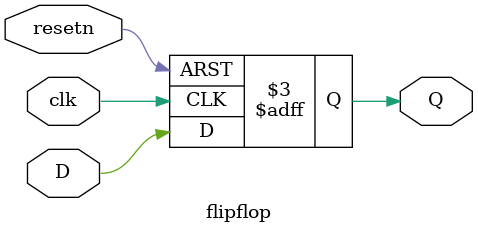
<source format=sv>
module flipflop 
( 
	input D,
	input resetn, clk,
	output Q
);
	
	always @(posedge clk, negedge resetn) begin
		if (!resetn) begin
			Q <= 0;
		end
		else
			Q <= D; 
	end
endmodule
</source>
